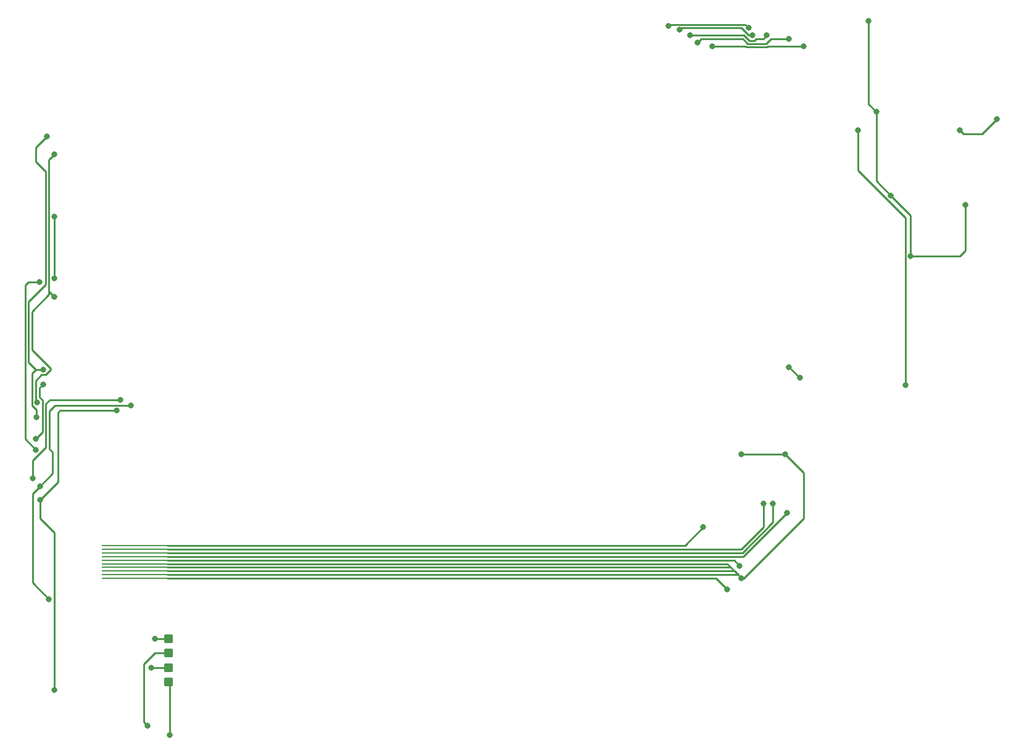
<source format=gbr>
%TF.GenerationSoftware,KiCad,Pcbnew,8.0.4*%
%TF.CreationDate,2024-08-19T21:12:56+01:00*%
%TF.ProjectId,buttonsSuper,62757474-6f6e-4735-9375-7065722e6b69,rev?*%
%TF.SameCoordinates,Original*%
%TF.FileFunction,Copper,L2,Bot*%
%TF.FilePolarity,Positive*%
%FSLAX46Y46*%
G04 Gerber Fmt 4.6, Leading zero omitted, Abs format (unit mm)*
G04 Created by KiCad (PCBNEW 8.0.4) date 2024-08-19 21:12:56*
%MOMM*%
%LPD*%
G01*
G04 APERTURE LIST*
G04 Aperture macros list*
%AMRoundRect*
0 Rectangle with rounded corners*
0 $1 Rounding radius*
0 $2 $3 $4 $5 $6 $7 $8 $9 X,Y pos of 4 corners*
0 Add a 4 corners polygon primitive as box body*
4,1,4,$2,$3,$4,$5,$6,$7,$8,$9,$2,$3,0*
0 Add four circle primitives for the rounded corners*
1,1,$1+$1,$2,$3*
1,1,$1+$1,$4,$5*
1,1,$1+$1,$6,$7*
1,1,$1+$1,$8,$9*
0 Add four rect primitives between the rounded corners*
20,1,$1+$1,$2,$3,$4,$5,0*
20,1,$1+$1,$4,$5,$6,$7,0*
20,1,$1+$1,$6,$7,$8,$9,0*
20,1,$1+$1,$8,$9,$2,$3,0*%
%AMFreePoly0*
4,1,5,0.125000,-9.000000,-0.125000,-9.000000,-0.125000,1.000000,0.125000,1.000000,0.125000,-9.000000,0.125000,-9.000000,$1*%
G04 Aperture macros list end*
%TA.AperFunction,SMDPad,CuDef*%
%ADD10RoundRect,0.312500X-0.312500X0.312500X-0.312500X-0.312500X0.312500X-0.312500X0.312500X0.312500X0*%
%TD*%
%TA.AperFunction,SMDPad,CuDef*%
%ADD11FreePoly0,270.000000*%
%TD*%
%TA.AperFunction,ViaPad*%
%ADD12C,0.800000*%
%TD*%
%TA.AperFunction,Conductor*%
%ADD13C,0.250000*%
%TD*%
G04 APERTURE END LIST*
D10*
%TO.P,C6,5,GND_[2]*%
%TO.N,/gnd3*%
X101673531Y-136499873D03*
%TO.P,C6,6,X_[2]*%
%TO.N,/X_2*%
X101673531Y-138499873D03*
%TO.P,C6,7,+v_[2]*%
%TO.N,/+v*%
X101673531Y-140499873D03*
%TO.P,C6,8,Y_[2]*%
%TO.N,/Y_2*%
X101673531Y-142499873D03*
%TD*%
D11*
%TO.P,C5,1,1*%
%TO.N,/Square*%
X101500000Y-123749873D03*
%TO.P,C5,2,2*%
%TO.N,/R1*%
X101500000Y-124249873D03*
%TO.P,C5,3,3*%
%TO.N,/Triangle*%
X101500000Y-124749873D03*
%TO.P,C5,4,4*%
%TO.N,/Circle*%
X101500000Y-125249873D03*
%TO.P,C5,5,5*%
%TO.N,/cross*%
X101500000Y-125749873D03*
%TO.P,C5,6,6*%
%TO.N,/gnd*%
X101500000Y-126249873D03*
%TO.P,C5,7,7*%
X101500000Y-126749873D03*
%TO.P,C5,8,8*%
X101500000Y-127249873D03*
%TO.P,C5,9,9*%
X101500000Y-127749873D03*
%TO.P,C5,10,10*%
%TO.N,/keyPower*%
X101500000Y-128249873D03*
%TD*%
D12*
%TO.N,/l1*%
X188725184Y-55249873D03*
X176225184Y-55249873D03*
X202725184Y-101749873D03*
X196225184Y-66749873D03*
%TO.N,/right*%
X186725184Y-54249873D03*
X174225184Y-54749873D03*
%TO.N,/up*%
X173225184Y-53749873D03*
X183725184Y-53749873D03*
%TO.N,/left*%
X171725184Y-52974873D03*
X181725184Y-53749873D03*
%TO.N,/down*%
X181225184Y-52749873D03*
X170225184Y-52474873D03*
X210225184Y-66749873D03*
X215225184Y-65249873D03*
%TO.N,GND*%
X198725184Y-64249873D03*
X203425038Y-83999873D03*
X200737837Y-75737220D03*
X210925038Y-76999873D03*
X197675038Y-51749873D03*
%TO.N,/gnd*%
X180225184Y-111249873D03*
X186225184Y-111249873D03*
X186725184Y-99249873D03*
X188225184Y-100749873D03*
X180250000Y-128249873D03*
%TO.N,/cross*%
X180000000Y-126500000D03*
%TO.N,/Circle*%
X186500000Y-119249873D03*
%TO.N,/Triangle*%
X184550038Y-117999873D03*
%TO.N,/R1*%
X183250000Y-117999873D03*
%TO.N,/Square*%
X175000000Y-121249873D03*
%TO.N,/+v*%
X99299024Y-140498859D03*
%TO.N,/X_2*%
X98799024Y-148498859D03*
%TO.N,/Y_2*%
X101799024Y-149748859D03*
%TO.N,/keyPower*%
X178250000Y-129749873D03*
%TO.N,/start*%
X85962538Y-70100026D03*
X83637538Y-104087373D03*
X85962538Y-89600026D03*
%TO.N,/screen*%
X83462538Y-110600026D03*
X83962538Y-87600026D03*
%TO.N,/vol up*%
X95000000Y-103725026D03*
X83000000Y-114500000D03*
%TO.N,/music*%
X85962538Y-78600026D03*
X85962538Y-87100026D03*
%TO.N,/vol down*%
X85237538Y-131100026D03*
X96500000Y-104500000D03*
X84000000Y-115600026D03*
%TO.N,/home*%
X94500000Y-105225000D03*
X84000000Y-117500000D03*
X85962538Y-143600026D03*
%TO.N,/select*%
X84962538Y-67600026D03*
X84462538Y-99600026D03*
X83487449Y-106100026D03*
%TO.N,/gnd2*%
X83462538Y-109100026D03*
X84444133Y-101623862D03*
%TO.N,/gnd3*%
X99799024Y-136498859D03*
%TD*%
D13*
%TO.N,/l1*%
X180915691Y-55374873D02*
X180790691Y-55249873D01*
X202725184Y-79749873D02*
X202700038Y-79775019D01*
X180790691Y-55249873D02*
X176225184Y-55249873D01*
X188725184Y-55249873D02*
X183886885Y-55249873D01*
X202700038Y-79775019D02*
X202700038Y-96724727D01*
X183761885Y-55374873D02*
X180915691Y-55374873D01*
X196225184Y-66749873D02*
X196225184Y-72249873D01*
X202725184Y-78749873D02*
X202725184Y-79749873D01*
X196225184Y-72249873D02*
X202725184Y-78749873D01*
X202700038Y-96724727D02*
X202725184Y-96749873D01*
X183886885Y-55249873D02*
X183761885Y-55374873D01*
X202725184Y-96749873D02*
X202725184Y-101749873D01*
%TO.N,/right*%
X183575489Y-54924873D02*
X184250489Y-54249873D01*
X174225184Y-54749873D02*
X174725184Y-54249873D01*
X180427087Y-54249873D02*
X181102087Y-54924873D01*
X174725184Y-54249873D02*
X180427087Y-54249873D01*
X184250489Y-54249873D02*
X186725184Y-54249873D01*
X181102087Y-54924873D02*
X183575489Y-54924873D01*
%TO.N,/up*%
X173225184Y-53749873D02*
X180563483Y-53749873D01*
X182025489Y-54474873D02*
X182250489Y-54249873D01*
X182250489Y-54249873D02*
X183225184Y-54249873D01*
X181288483Y-54474873D02*
X182025489Y-54474873D01*
X183225184Y-54249873D02*
X183725184Y-53749873D01*
X180563483Y-53749873D02*
X181288483Y-54474873D01*
%TO.N,/left*%
X171725184Y-52974873D02*
X171950184Y-52749873D01*
X171950184Y-52749873D02*
X180199879Y-52749873D01*
X180199879Y-52749873D02*
X181199879Y-53749873D01*
X181199879Y-53749873D02*
X181725184Y-53749873D01*
%TO.N,/down*%
X213225184Y-67249873D02*
X210725184Y-67249873D01*
X170450184Y-52249873D02*
X180725184Y-52249873D01*
X210725184Y-67249873D02*
X210225184Y-66749873D01*
X180725184Y-52249873D02*
X181225184Y-52749873D01*
X213225184Y-67249873D02*
X215225184Y-65249873D01*
X170225184Y-52474873D02*
X170450184Y-52249873D01*
%TO.N,GND*%
X203425038Y-83999873D02*
X210175038Y-83999873D01*
X203425038Y-83999873D02*
X203425038Y-78424421D01*
X210175038Y-83999873D02*
X210925038Y-83249873D01*
X198725184Y-64249873D02*
X198725184Y-73724567D01*
X210925038Y-83249873D02*
X210925038Y-76999873D01*
X203425038Y-78424421D02*
X200737837Y-75737220D01*
X197675038Y-51749873D02*
X197675038Y-63199727D01*
X197675038Y-63199727D02*
X198725184Y-64249873D01*
X198725184Y-73724567D02*
X200737837Y-75737220D01*
%TO.N,/gnd*%
X179250000Y-127249873D02*
X179125000Y-127124873D01*
X186225184Y-111249873D02*
X188725184Y-113749873D01*
X101500000Y-127749873D02*
X179750000Y-127749873D01*
X178750000Y-126749873D02*
X178250000Y-126249873D01*
X186725184Y-99249873D02*
X188225184Y-100749873D01*
X180525305Y-128249873D02*
X180250000Y-128249873D01*
X180250000Y-128249873D02*
X179750000Y-127749873D01*
X101500000Y-127249873D02*
X179250000Y-127249873D01*
X179125000Y-127124873D02*
X178750000Y-126749873D01*
X179750000Y-127749873D02*
X179250000Y-127249873D01*
X188725184Y-113749873D02*
X188725184Y-120049994D01*
X186225184Y-111249873D02*
X180225184Y-111249873D01*
X178250000Y-126249873D02*
X101500000Y-126249873D01*
X101500000Y-126749873D02*
X178750000Y-126749873D01*
X188725184Y-120049994D02*
X180525305Y-128249873D01*
%TO.N,/cross*%
X179249873Y-125749873D02*
X101500000Y-125749873D01*
X180000000Y-126500000D02*
X179249873Y-125749873D01*
%TO.N,/Circle*%
X180500000Y-125249873D02*
X186500000Y-119249873D01*
X101500000Y-125249873D02*
X180500000Y-125249873D01*
%TO.N,/Triangle*%
X101500000Y-124749873D02*
X180363604Y-124749873D01*
X184550038Y-120563439D02*
X184550038Y-117999873D01*
X180363604Y-124749873D02*
X184550038Y-120563439D01*
%TO.N,/R1*%
X183250000Y-121227081D02*
X183250000Y-117999873D01*
X180227208Y-124249873D02*
X183250000Y-121227081D01*
X101500000Y-124249873D02*
X180227208Y-124249873D01*
%TO.N,/Square*%
X172500000Y-123749873D02*
X175000000Y-121249873D01*
X101500000Y-123749873D02*
X172500000Y-123749873D01*
%TO.N,/+v*%
X101674024Y-140498859D02*
X99299024Y-140498859D01*
%TO.N,/X_2*%
X98299024Y-139998859D02*
X99799024Y-138498859D01*
X98299024Y-147998859D02*
X98299024Y-139998859D01*
X98799024Y-148498859D02*
X98299024Y-147998859D01*
X99799024Y-138498859D02*
X101674024Y-138498859D01*
%TO.N,/Y_2*%
X101799024Y-142623859D02*
X101674024Y-142498859D01*
X101799024Y-149748859D02*
X101799024Y-142623859D01*
%TO.N,/keyPower*%
X178250000Y-129749873D02*
X176750000Y-128249873D01*
X176750000Y-128249873D02*
X101500000Y-128249873D01*
%TO.N,/start*%
X85462538Y-99625331D02*
X85462538Y-99462538D01*
X85462538Y-99462538D02*
X82900000Y-96900000D01*
X84237538Y-100325026D02*
X84762843Y-100325026D01*
X82900000Y-91662564D02*
X85237538Y-89325026D01*
X82900000Y-96900000D02*
X82900000Y-91662564D01*
X85237538Y-70825026D02*
X85962538Y-70100026D01*
X83462538Y-103912373D02*
X83462538Y-101100026D01*
X83637538Y-104087373D02*
X83462538Y-103912373D01*
X84762843Y-100325026D02*
X85462538Y-99625331D01*
X83462538Y-101100026D02*
X84237538Y-100325026D01*
X85237538Y-89325026D02*
X85237538Y-88875026D01*
X85962538Y-89600026D02*
X85237538Y-88875026D01*
X85237538Y-88875026D02*
X85237538Y-70825026D01*
%TO.N,/screen*%
X82000000Y-109137488D02*
X82000000Y-88000000D01*
X83462538Y-110600026D02*
X82000000Y-109137488D01*
X82399974Y-87600026D02*
X83962538Y-87600026D01*
X82000000Y-88000000D02*
X82399974Y-87600026D01*
%TO.N,/vol up*%
X83000000Y-112087869D02*
X83000000Y-114500000D01*
X95000000Y-103725026D02*
X85387233Y-103725026D01*
X84812538Y-110275331D02*
X83000000Y-112087869D01*
X85387233Y-103725026D02*
X84812538Y-104299721D01*
X84812538Y-104299721D02*
X84812538Y-110275331D01*
%TO.N,/music*%
X85962538Y-87100026D02*
X85962538Y-78600026D01*
%TO.N,/vol down*%
X83000000Y-116600026D02*
X83000000Y-128862488D01*
X85262538Y-110461727D02*
X85737538Y-110936727D01*
X96500000Y-104500000D02*
X86062259Y-104500000D01*
X85737538Y-110936727D02*
X85737538Y-113862488D01*
X84000000Y-115600026D02*
X83000000Y-116600026D01*
X85262538Y-105299721D02*
X85262538Y-110461727D01*
X85737538Y-113862488D02*
X84000000Y-115600026D01*
X86062259Y-104500000D02*
X85262538Y-105299721D01*
X83000000Y-128862488D02*
X85237538Y-131100026D01*
%TO.N,/home*%
X85962538Y-121962538D02*
X85962538Y-143600026D01*
X84000000Y-120000000D02*
X85962538Y-121962538D01*
X86462538Y-115037462D02*
X84000000Y-117500000D01*
X84000000Y-117500000D02*
X84000000Y-120000000D01*
X86462538Y-105537462D02*
X86462538Y-115037462D01*
X94500000Y-105225000D02*
X86775000Y-105225000D01*
X86775000Y-105225000D02*
X86462538Y-105537462D01*
%TO.N,/select*%
X83487449Y-105124937D02*
X82912538Y-104550026D01*
X83462538Y-99600026D02*
X82450000Y-98587488D01*
X83487449Y-106100026D02*
X83487449Y-105124937D01*
X82912538Y-104550026D02*
X82912538Y-100150026D01*
X83462538Y-69100026D02*
X84962538Y-67600026D01*
X84787538Y-87925546D02*
X84787538Y-72425026D01*
X84462538Y-99600026D02*
X83462538Y-99600026D01*
X82450000Y-90263084D02*
X84787538Y-87925546D01*
X82450000Y-98587488D02*
X82450000Y-90263084D01*
X83462538Y-71100026D02*
X83462538Y-69100026D01*
X82912538Y-100150026D02*
X83462538Y-99600026D01*
X84787538Y-72425026D02*
X83462538Y-71100026D01*
%TO.N,/gnd2*%
X83962538Y-103387068D02*
X84362538Y-103787068D01*
X84362538Y-103787068D02*
X84362538Y-108200026D01*
X84362538Y-108200026D02*
X83462538Y-109100026D01*
X84444133Y-101623862D02*
X83962538Y-102105457D01*
X83962538Y-102105457D02*
X83962538Y-103387068D01*
%TO.N,/gnd3*%
X101674024Y-136498859D02*
X99799024Y-136498859D01*
%TD*%
M02*

</source>
